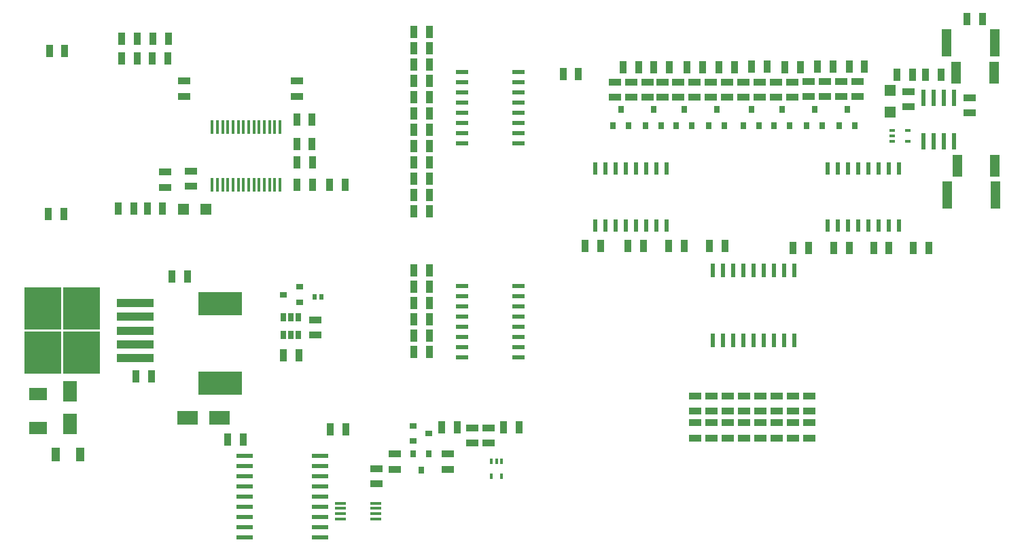
<source format=gbr>
G04 #@! TF.GenerationSoftware,KiCad,Pcbnew,5.99.0-unknown-c3175b4~86~ubuntu16.04.1*
G04 #@! TF.CreationDate,2019-12-02T17:49:06+01:00*
G04 #@! TF.ProjectId,OpenPLC,4f70656e-504c-4432-9e6b-696361645f70,0.01*
G04 #@! TF.SameCoordinates,Original*
G04 #@! TF.FileFunction,Paste,Top*
G04 #@! TF.FilePolarity,Positive*
%FSLAX46Y46*%
G04 Gerber Fmt 4.6, Leading zero omitted, Abs format (unit mm)*
G04 Created by KiCad (PCBNEW 5.99.0-unknown-c3175b4~86~ubuntu16.04.1) date 2019-12-02 17:49:06*
%MOMM*%
%LPD*%
G04 APERTURE LIST*
%ADD10R,1.500000X0.970000*%
%ADD11R,0.900000X0.800000*%
%ADD12R,0.970000X1.500000*%
%ADD13R,0.800000X0.900000*%
%ADD14R,2.179320X1.620520*%
%ADD15R,2.000000X0.600000*%
%ADD16R,1.360000X1.400000*%
%ADD17R,1.400000X1.360000*%
%ADD18R,0.600000X2.000000*%
%ADD19R,1.170000X3.400000*%
%ADD20R,1.170000X2.700000*%
%ADD21R,1.070000X1.800000*%
%ADD22R,5.400000X2.900000*%
%ADD23R,0.575000X0.650000*%
%ADD24R,1.450000X0.450000*%
%ADD25R,0.600000X1.500000*%
%ADD26R,1.500000X0.600000*%
%ADD27R,0.600000X1.725000*%
%ADD28R,2.500000X1.800000*%
%ADD29R,0.650000X0.400000*%
%ADD30R,0.400000X0.650000*%
%ADD31R,4.550000X5.250000*%
%ADD32R,4.600000X1.100000*%
%ADD33R,0.450000X1.750000*%
%ADD34R,0.650000X1.060000*%
%ADD35R,1.800000X2.500000*%
G04 APERTURE END LIST*
D10*
X145034000Y-125476000D03*
X145034000Y-127386000D03*
D11*
X142716000Y-122936000D03*
X140716000Y-123886000D03*
X140716000Y-121986000D03*
D10*
X136144000Y-129225000D03*
X136144000Y-127315000D03*
D12*
X152014000Y-122174000D03*
X153924000Y-122174000D03*
D13*
X141732000Y-127492000D03*
X140782000Y-125492000D03*
X142682000Y-125492000D03*
D10*
X150114000Y-122235000D03*
X150114000Y-124145000D03*
D14*
X93980000Y-118031260D03*
X93980000Y-122252740D03*
D15*
X119760000Y-125730000D03*
X119760000Y-127000000D03*
X119760000Y-128270000D03*
X119760000Y-129540000D03*
X119760000Y-130810000D03*
X119760000Y-132080000D03*
X119760000Y-133350000D03*
X119760000Y-134620000D03*
X119760000Y-135890000D03*
X129160000Y-135890000D03*
X129160000Y-134620000D03*
X129160000Y-133350000D03*
X129160000Y-132080000D03*
X129160000Y-130810000D03*
X129160000Y-129540000D03*
X129160000Y-128270000D03*
X129160000Y-127000000D03*
X129160000Y-125730000D03*
D16*
X112158000Y-94996000D03*
X114918000Y-94996000D03*
D17*
X200152000Y-80154000D03*
X200152000Y-82914000D03*
D18*
X204343000Y-81095000D03*
X205613000Y-81095000D03*
X206883000Y-81095000D03*
X208153000Y-81095000D03*
X208153000Y-86545000D03*
X206883000Y-86545000D03*
X205613000Y-86545000D03*
X204343000Y-86545000D03*
D19*
X207280000Y-93210000D03*
X213290000Y-93210000D03*
X207220000Y-74280000D03*
X213230000Y-74280000D03*
D20*
X208430000Y-77990000D03*
X213140000Y-77990000D03*
X213250000Y-89580000D03*
X208540000Y-89580000D03*
D21*
X99230000Y-125590000D03*
X96220000Y-125590000D03*
D22*
X116710000Y-106800000D03*
X116710000Y-116700000D03*
D23*
X129286000Y-105918000D03*
X128511000Y-105918000D03*
D12*
X106367500Y-73723500D03*
X104457500Y-73723500D03*
X126299000Y-91948000D03*
X128209000Y-91948000D03*
D24*
X136058000Y-131613000D03*
X136058000Y-132263000D03*
X136058000Y-132913000D03*
X136058000Y-133563000D03*
X131658000Y-133563000D03*
X131658000Y-132913000D03*
X131658000Y-132263000D03*
X131658000Y-131613000D03*
D25*
X172339000Y-97022000D03*
X171069000Y-97022000D03*
X169799000Y-97022000D03*
X168529000Y-97022000D03*
X167259000Y-97022000D03*
X165989000Y-97022000D03*
X164719000Y-97022000D03*
X163449000Y-97022000D03*
X163449000Y-89922000D03*
X164719000Y-89922000D03*
X165989000Y-89922000D03*
X167259000Y-89922000D03*
X168529000Y-89922000D03*
X169799000Y-89922000D03*
X171069000Y-89922000D03*
X172339000Y-89922000D03*
X201295000Y-97022000D03*
X200025000Y-97022000D03*
X198755000Y-97022000D03*
X197485000Y-97022000D03*
X196215000Y-97022000D03*
X194945000Y-97022000D03*
X193675000Y-97022000D03*
X192405000Y-97022000D03*
X192405000Y-89922000D03*
X193675000Y-89922000D03*
X194945000Y-89922000D03*
X196215000Y-89922000D03*
X197485000Y-89922000D03*
X198755000Y-89922000D03*
X200025000Y-89922000D03*
X201295000Y-89922000D03*
D26*
X153918000Y-104521000D03*
X153918000Y-105791000D03*
X153918000Y-107061000D03*
X153918000Y-108331000D03*
X153918000Y-109601000D03*
X153918000Y-110871000D03*
X153918000Y-112141000D03*
X153918000Y-113411000D03*
X146818000Y-113411000D03*
X146818000Y-112141000D03*
X146818000Y-110871000D03*
X146818000Y-109601000D03*
X146818000Y-108331000D03*
X146818000Y-107061000D03*
X146818000Y-105791000D03*
X146818000Y-104521000D03*
X153918000Y-77851000D03*
X153918000Y-79121000D03*
X153918000Y-80391000D03*
X153918000Y-81661000D03*
X153918000Y-82931000D03*
X153918000Y-84201000D03*
X153918000Y-85471000D03*
X153918000Y-86741000D03*
X146818000Y-86741000D03*
X146818000Y-85471000D03*
X146818000Y-84201000D03*
X146818000Y-82931000D03*
X146818000Y-81661000D03*
X146818000Y-80391000D03*
X146818000Y-79121000D03*
X146818000Y-77851000D03*
D27*
X178054000Y-111296500D03*
X179324000Y-111296500D03*
X180594000Y-111296500D03*
X181864000Y-111296500D03*
X183134000Y-111296500D03*
X184404000Y-111296500D03*
X185674000Y-111296500D03*
X186944000Y-111296500D03*
X188214000Y-111296500D03*
X178054000Y-102571500D03*
X179324000Y-102571500D03*
X180594000Y-102571500D03*
X181864000Y-102571500D03*
X183134000Y-102571500D03*
X184404000Y-102571500D03*
X185674000Y-102571500D03*
X186944000Y-102571500D03*
X188214000Y-102571500D03*
D28*
X112660000Y-121020000D03*
X116660000Y-121020000D03*
D10*
X181991000Y-120144500D03*
X181991000Y-118234500D03*
X179959000Y-120142000D03*
X179959000Y-118232000D03*
X177927000Y-120147000D03*
X177927000Y-118237000D03*
X188087000Y-120147000D03*
X188087000Y-118237000D03*
X190119000Y-120144500D03*
X190119000Y-118234500D03*
X184023000Y-120144500D03*
X184023000Y-118234500D03*
X186055000Y-120147000D03*
X186055000Y-118237000D03*
D12*
X144333000Y-122174000D03*
X146243000Y-122174000D03*
D10*
X175895000Y-120144500D03*
X175895000Y-118234500D03*
D12*
X166936500Y-77279500D03*
X168846500Y-77279500D03*
X170746500Y-77279500D03*
X172656500Y-77279500D03*
X174874000Y-77279500D03*
X176784000Y-77279500D03*
X178877000Y-77279500D03*
X180787000Y-77279500D03*
X182941000Y-77216000D03*
X184851000Y-77216000D03*
X187066000Y-77279500D03*
X188976000Y-77279500D03*
X191130000Y-77216000D03*
X193040000Y-77216000D03*
X195067000Y-77216000D03*
X196977000Y-77216000D03*
D29*
X202372000Y-85202000D03*
X202372000Y-86502000D03*
X200472000Y-85852000D03*
X200472000Y-86502000D03*
X200472000Y-85202000D03*
D30*
X151780000Y-128270000D03*
X150480000Y-128270000D03*
X151130000Y-126370000D03*
X150480000Y-126370000D03*
X151780000Y-126370000D03*
D31*
X99440000Y-107335000D03*
X94590000Y-112885000D03*
X99440000Y-112885000D03*
X94590000Y-107335000D03*
D32*
X106165000Y-106710000D03*
X106165000Y-108410000D03*
X106165000Y-110110000D03*
X106165000Y-111810000D03*
X106165000Y-113510000D03*
D33*
X115704000Y-84748000D03*
X116354000Y-84748000D03*
X117004000Y-84748000D03*
X117654000Y-84748000D03*
X118304000Y-84748000D03*
X118954000Y-84748000D03*
X119604000Y-84748000D03*
X120254000Y-84748000D03*
X120904000Y-84748000D03*
X121554000Y-84748000D03*
X122204000Y-84748000D03*
X122854000Y-84748000D03*
X123504000Y-84748000D03*
X124154000Y-84748000D03*
X124154000Y-91948000D03*
X123504000Y-91948000D03*
X122854000Y-91948000D03*
X122204000Y-91948000D03*
X121554000Y-91948000D03*
X120904000Y-91948000D03*
X120254000Y-91948000D03*
X119604000Y-91948000D03*
X118954000Y-91948000D03*
X118304000Y-91948000D03*
X117654000Y-91948000D03*
X117004000Y-91948000D03*
X116354000Y-91948000D03*
X115704000Y-91948000D03*
D12*
X140838000Y-91186000D03*
X142748000Y-91186000D03*
D10*
X128524000Y-110683000D03*
X128524000Y-108773000D03*
D12*
X126505000Y-113200000D03*
X124595000Y-113200000D03*
D10*
X148082000Y-124145000D03*
X148082000Y-122235000D03*
X175895000Y-121602500D03*
X175895000Y-123512500D03*
D12*
X162174000Y-99568000D03*
X164084000Y-99568000D03*
X167508000Y-99568000D03*
X169418000Y-99568000D03*
X172588000Y-99568000D03*
X174498000Y-99568000D03*
X177668000Y-99568000D03*
X179578000Y-99568000D03*
X198120000Y-99822000D03*
X200030000Y-99822000D03*
X203068000Y-99822000D03*
X204978000Y-99822000D03*
D10*
X181991000Y-121602500D03*
X181991000Y-123512500D03*
X179959000Y-121600000D03*
X179959000Y-123510000D03*
X177927000Y-121602500D03*
X177927000Y-123512500D03*
D12*
X193162000Y-99822000D03*
X195072000Y-99822000D03*
X161353500Y-78168500D03*
X159443500Y-78168500D03*
D10*
X210080000Y-82975000D03*
X210080000Y-81065000D03*
D12*
X204592000Y-78232000D03*
X206502000Y-78232000D03*
X209770000Y-71280000D03*
X211680000Y-71280000D03*
X104457500Y-76200000D03*
X106367500Y-76200000D03*
X110175000Y-76200000D03*
X108265000Y-76200000D03*
X140838000Y-95250000D03*
X142748000Y-95250000D03*
X140838000Y-102616000D03*
X142748000Y-102616000D03*
X140838000Y-106680000D03*
X142748000Y-106680000D03*
X140838000Y-110744000D03*
X142748000Y-110744000D03*
X140838000Y-72898000D03*
X142748000Y-72898000D03*
X140838000Y-76962000D03*
X142748000Y-76962000D03*
X140838000Y-78994000D03*
X142748000Y-78994000D03*
X140838000Y-85090000D03*
X142748000Y-85090000D03*
D10*
X109855000Y-92268000D03*
X109855000Y-90358000D03*
D12*
X105923000Y-94932500D03*
X104013000Y-94932500D03*
X97221000Y-95567500D03*
X95311000Y-95567500D03*
X188082000Y-99822000D03*
X189992000Y-99822000D03*
X97348000Y-75247500D03*
X95438000Y-75247500D03*
X128209000Y-89154000D03*
X126299000Y-89154000D03*
X130363000Y-91948000D03*
X132273000Y-91948000D03*
X140838000Y-93218000D03*
X142748000Y-93218000D03*
D10*
X188087000Y-121600000D03*
X188087000Y-123510000D03*
X190119000Y-121600000D03*
X190119000Y-123510000D03*
X184023000Y-121600000D03*
X184023000Y-123510000D03*
X186055000Y-121600000D03*
X186055000Y-123510000D03*
D12*
X201036000Y-78232000D03*
X202946000Y-78232000D03*
X142748000Y-112776000D03*
X140838000Y-112776000D03*
X142748000Y-108712000D03*
X140838000Y-108712000D03*
X142748000Y-104648000D03*
X140838000Y-104648000D03*
X142748000Y-89154000D03*
X140838000Y-89154000D03*
X142748000Y-87122000D03*
X140838000Y-87122000D03*
X142748000Y-83058000D03*
X140838000Y-83058000D03*
X142748000Y-81026000D03*
X140838000Y-81026000D03*
X142748000Y-74930000D03*
X140838000Y-74930000D03*
D10*
X173799500Y-79116000D03*
X173799500Y-81026000D03*
X177800000Y-79116000D03*
X177800000Y-81026000D03*
X181864000Y-79121000D03*
X181864000Y-81031000D03*
X185928000Y-79121000D03*
X185928000Y-81031000D03*
X189992000Y-79055000D03*
X189992000Y-80965000D03*
X194056000Y-79055000D03*
X194056000Y-80965000D03*
X165862000Y-79116000D03*
X165862000Y-81026000D03*
X169926000Y-79116000D03*
X169926000Y-81026000D03*
X167894000Y-79116000D03*
X167894000Y-81026000D03*
X171831000Y-79116000D03*
X171831000Y-81026000D03*
X175768000Y-79116000D03*
X175768000Y-81026000D03*
X179832000Y-79118500D03*
X179832000Y-81028500D03*
X183896000Y-79118500D03*
X183896000Y-81028500D03*
X187960000Y-79121000D03*
X187960000Y-81031000D03*
X192024000Y-79057500D03*
X192024000Y-80967500D03*
X196088000Y-79057500D03*
X196088000Y-80967500D03*
D34*
X125530000Y-108460000D03*
X124580000Y-108460000D03*
X126480000Y-108460000D03*
X126480000Y-110660000D03*
X125530000Y-110660000D03*
X124580000Y-110660000D03*
D11*
X124580000Y-105630000D03*
X126580000Y-104680000D03*
X126580000Y-106580000D03*
D13*
X165674000Y-84566000D03*
X167574000Y-84566000D03*
X166624000Y-82566000D03*
X169738000Y-84566000D03*
X171638000Y-84566000D03*
X170688000Y-82566000D03*
X173548000Y-84566000D03*
X175448000Y-84566000D03*
X174498000Y-82566000D03*
X177612000Y-84566000D03*
X179512000Y-84566000D03*
X178562000Y-82566000D03*
X181930000Y-84566000D03*
X183830000Y-84566000D03*
X182880000Y-82566000D03*
X185740000Y-84566000D03*
X187640000Y-84566000D03*
X186690000Y-82566000D03*
X189804000Y-84566000D03*
X191704000Y-84566000D03*
X190754000Y-82566000D03*
X193868000Y-84566000D03*
X195768000Y-84566000D03*
X194818000Y-82566000D03*
D35*
X98030000Y-121710000D03*
X98030000Y-117710000D03*
D10*
X202438000Y-82235000D03*
X202438000Y-80325000D03*
D12*
X126235500Y-83820000D03*
X128145500Y-83820000D03*
X128145500Y-86868000D03*
X126235500Y-86868000D03*
X132334000Y-122428000D03*
X130424000Y-122428000D03*
D10*
X138430000Y-125476000D03*
X138430000Y-127386000D03*
D12*
X117663000Y-123698000D03*
X119573000Y-123698000D03*
X108326000Y-73723500D03*
X110236000Y-73723500D03*
X109542500Y-94932500D03*
X107632500Y-94932500D03*
D10*
X113030000Y-92141000D03*
X113030000Y-90231000D03*
X112204500Y-80901500D03*
X112204500Y-78991500D03*
X126238000Y-78994000D03*
X126238000Y-80904000D03*
D12*
X110725000Y-103410000D03*
X112635000Y-103410000D03*
X108143000Y-115824000D03*
X106233000Y-115824000D03*
M02*

</source>
